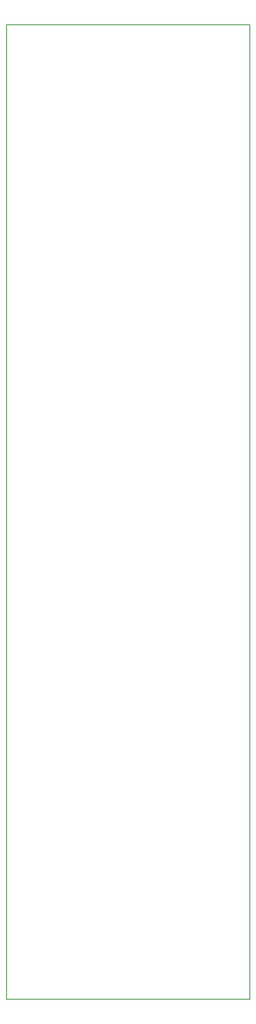
<source format=gbr>
%TF.GenerationSoftware,KiCad,Pcbnew,(5.1.6)-1*%
%TF.CreationDate,2020-06-19T12:49:59-05:00*%
%TF.ProjectId,JMBLR Panel,4a4d424c-5220-4506-916e-656c2e6b6963,rev?*%
%TF.SameCoordinates,Original*%
%TF.FileFunction,Profile,NP*%
%FSLAX46Y46*%
G04 Gerber Fmt 4.6, Leading zero omitted, Abs format (unit mm)*
G04 Created by KiCad (PCBNEW (5.1.6)-1) date 2020-06-19 12:49:59*
%MOMM*%
%LPD*%
G01*
G04 APERTURE LIST*
%TA.AperFunction,Profile*%
%ADD10C,0.200000*%
%TD*%
G04 APERTURE END LIST*
D10*
X197000000Y-42500000D02*
X247000000Y-42500000D01*
X247000000Y-242500000D02*
X197000000Y-242500000D01*
X197000000Y-242500000D02*
X197000000Y-42500000D01*
X247000000Y-42500000D02*
X247000000Y-242500000D01*
M02*

</source>
